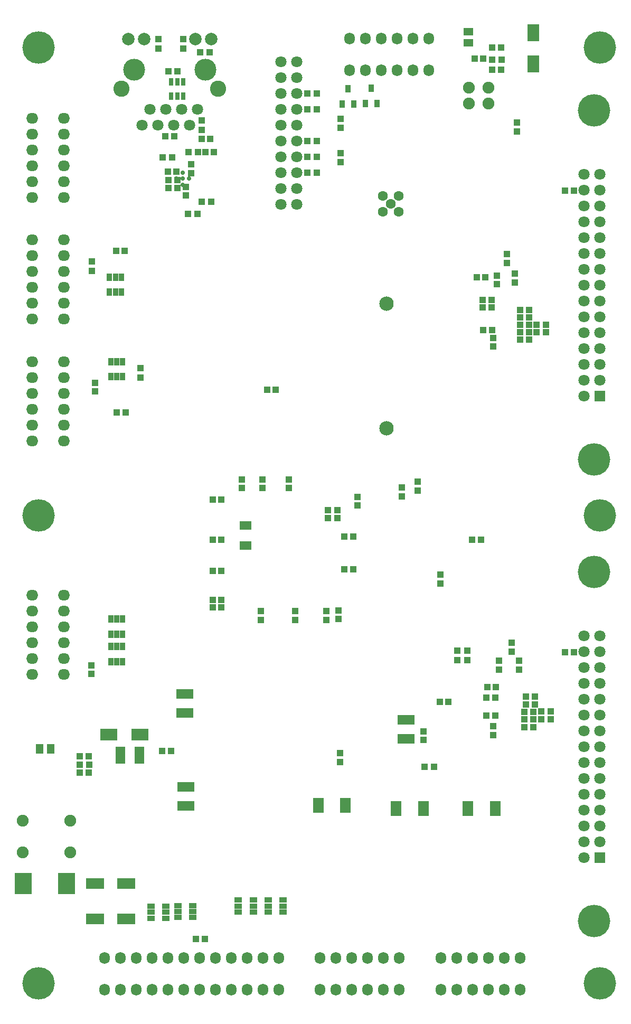
<source format=gbs>
G04 Layer_Color=16711935*
%FSLAX44Y44*%
%MOMM*%
G71*
G01*
G75*
%ADD119R,1.0032X1.1032*%
%ADD120R,1.1032X1.0032*%
%ADD140R,2.8032X1.6032*%
%ADD145R,1.6032X2.8032*%
%ADD154R,1.7032X2.4032*%
%ADD157R,1.9032X1.4532*%
%ADD174C,2.6032*%
%ADD175C,1.8032*%
%ADD176C,3.5032*%
%ADD177C,2.0032*%
%ADD178C,2.3032*%
%ADD179O,1.7032X1.9032*%
%ADD180O,1.9032X1.7032*%
%ADD181C,1.6032*%
%ADD182R,1.8032X1.8032*%
%ADD183C,1.9032*%
%ADD184C,5.2032*%
%ADD185C,0.7032*%
%ADD186R,0.7000X1.3000*%
%ADD187R,0.8532X1.3032*%
%ADD188R,2.7032X1.9032*%
%ADD189R,2.7032X3.5032*%
%ADD190R,1.3032X0.8532*%
%ADD191R,3.0032X1.8032*%
%ADD192R,1.3032X1.6032*%
%ADD193R,1.9032X2.7032*%
%ADD194R,1.6032X1.3032*%
D119*
X629000Y965000D02*
D03*
X643000D02*
D03*
X629000Y953000D02*
D03*
X643000D02*
D03*
X813380Y1109000D02*
D03*
X828620D02*
D03*
Y1096000D02*
D03*
X813380D02*
D03*
X1143000Y761000D02*
D03*
X1129000D02*
D03*
X1143000Y773000D02*
D03*
X1129000D02*
D03*
X1143000Y785000D02*
D03*
X1129000D02*
D03*
X1145500Y797500D02*
D03*
X1131500D02*
D03*
X1145500Y809500D02*
D03*
X1131500D02*
D03*
X1170620Y786000D02*
D03*
X1155380D02*
D03*
X1170620Y773000D02*
D03*
X1155380D02*
D03*
X983620Y697000D02*
D03*
X968380D02*
D03*
X1068000Y779000D02*
D03*
X1082000D02*
D03*
X1068000Y808000D02*
D03*
X1082000D02*
D03*
X1069000Y825000D02*
D03*
X1083000D02*
D03*
X1045000Y1061000D02*
D03*
X1059000D02*
D03*
X1136000Y1382000D02*
D03*
X1122000D02*
D03*
X1136000Y1394000D02*
D03*
X1122000D02*
D03*
X1136000Y1406000D02*
D03*
X1122000D02*
D03*
X1136000Y1418000D02*
D03*
X1122000D02*
D03*
X1136000Y1430000D02*
D03*
X1122000D02*
D03*
X1163620Y1406000D02*
D03*
X1148380D02*
D03*
X1163620Y1394000D02*
D03*
X1148380D02*
D03*
X1063000Y1397000D02*
D03*
X1077000D02*
D03*
X1062000Y1434000D02*
D03*
X1076000D02*
D03*
X1062000Y1446000D02*
D03*
X1076000D02*
D03*
X1066000Y1482000D02*
D03*
X1052000D02*
D03*
X795620Y1649500D02*
D03*
X780380D02*
D03*
X795620Y1675500D02*
D03*
X780380D02*
D03*
Y1700500D02*
D03*
X795620D02*
D03*
Y1751500D02*
D03*
X780380D02*
D03*
X795620Y1776500D02*
D03*
X780380D02*
D03*
X558000Y1812000D02*
D03*
X572000D02*
D03*
X567000Y1708000D02*
D03*
X553000D02*
D03*
X611000Y1704000D02*
D03*
X625000D02*
D03*
X608380Y1843000D02*
D03*
X623620D02*
D03*
X590380Y1683000D02*
D03*
X605620D02*
D03*
X617000Y1683000D02*
D03*
X631000D02*
D03*
X548380Y1674000D02*
D03*
X563620D02*
D03*
X557000Y1651000D02*
D03*
X571000D02*
D03*
X558000Y1638000D02*
D03*
X572000D02*
D03*
X558000Y1625000D02*
D03*
X572000D02*
D03*
X626620Y1603000D02*
D03*
X611380D02*
D03*
X604620Y1584000D02*
D03*
X589380D02*
D03*
X548000Y723000D02*
D03*
X562000D02*
D03*
X430000Y714000D02*
D03*
X416000D02*
D03*
X415380Y701000D02*
D03*
X430620D02*
D03*
X430000Y688000D02*
D03*
X416000D02*
D03*
X616000Y421000D02*
D03*
X602000D02*
D03*
X629000Y1011000D02*
D03*
X643000D02*
D03*
X993000Y801000D02*
D03*
X1007000D02*
D03*
X1208000Y1621000D02*
D03*
X1194000D02*
D03*
X1208000Y881000D02*
D03*
X1194000D02*
D03*
X488000Y1524000D02*
D03*
X474000D02*
D03*
X489000Y1265000D02*
D03*
X475000D02*
D03*
X730000Y1302000D02*
D03*
X716000D02*
D03*
X854000Y1014000D02*
D03*
X840000D02*
D03*
X854000Y1066000D02*
D03*
X840000D02*
D03*
X629000Y1126000D02*
D03*
X643000D02*
D03*
X629000Y1061000D02*
D03*
X643000D02*
D03*
X1092620Y1831000D02*
D03*
X1077380D02*
D03*
X1091000Y1850000D02*
D03*
X1077000D02*
D03*
X1049000Y1833000D02*
D03*
X1063000D02*
D03*
X1077000Y1815000D02*
D03*
X1091000D02*
D03*
D120*
X542000Y1848380D02*
D03*
Y1863620D02*
D03*
X967000Y740000D02*
D03*
Y754000D02*
D03*
X1079000Y748000D02*
D03*
Y762000D02*
D03*
X1088000Y867000D02*
D03*
Y853000D02*
D03*
X1108000Y882000D02*
D03*
Y896000D02*
D03*
X1120000Y867000D02*
D03*
Y853000D02*
D03*
X1037000Y868380D02*
D03*
Y883620D02*
D03*
X1021000Y868380D02*
D03*
Y883620D02*
D03*
X994000Y1005000D02*
D03*
Y991000D02*
D03*
X1079000Y1371000D02*
D03*
Y1385000D02*
D03*
X1085000Y1485000D02*
D03*
Y1471000D02*
D03*
X1113000Y1488000D02*
D03*
Y1474000D02*
D03*
X1101000Y1505000D02*
D03*
Y1519000D02*
D03*
X611000Y1733620D02*
D03*
Y1718380D02*
D03*
X582000Y1848380D02*
D03*
Y1863620D02*
D03*
X594000Y1663000D02*
D03*
Y1649000D02*
D03*
X586000Y1613000D02*
D03*
Y1627000D02*
D03*
X513000Y1336620D02*
D03*
Y1321380D02*
D03*
X440000Y1299000D02*
D03*
Y1313000D02*
D03*
X434000Y860000D02*
D03*
Y846000D02*
D03*
X435000Y1492380D02*
D03*
Y1507620D02*
D03*
X833000Y719000D02*
D03*
Y705000D02*
D03*
X709000Y1158000D02*
D03*
Y1144000D02*
D03*
X1117000Y1716000D02*
D03*
Y1730000D02*
D03*
X811000Y933000D02*
D03*
Y947000D02*
D03*
X958000Y1154000D02*
D03*
Y1140000D02*
D03*
X932000Y1145000D02*
D03*
Y1131000D02*
D03*
X706000Y933000D02*
D03*
Y947000D02*
D03*
X761000Y933000D02*
D03*
Y947000D02*
D03*
X831000Y934000D02*
D03*
Y948000D02*
D03*
X861000Y1130000D02*
D03*
Y1116000D02*
D03*
X751000Y1158000D02*
D03*
Y1144000D02*
D03*
X676000Y1158000D02*
D03*
Y1144000D02*
D03*
X834000Y1681000D02*
D03*
Y1667000D02*
D03*
Y1736000D02*
D03*
Y1722000D02*
D03*
D140*
X939000Y741760D02*
D03*
Y772240D02*
D03*
X584000Y814240D02*
D03*
Y783760D02*
D03*
X586000Y634760D02*
D03*
Y665240D02*
D03*
D145*
X511240Y716000D02*
D03*
X480760D02*
D03*
D154*
X1082000Y630000D02*
D03*
X1038000D02*
D03*
X967000D02*
D03*
X923000D02*
D03*
X842000Y635000D02*
D03*
X798000D02*
D03*
D157*
X681998Y1052000D02*
D03*
Y1084000D02*
D03*
D174*
X482550Y1784400D02*
D03*
X637450D02*
D03*
D175*
X604500Y1751400D02*
D03*
X579100D02*
D03*
X553700D02*
D03*
X528300D02*
D03*
X591750Y1726000D02*
D03*
X566400D02*
D03*
X541000D02*
D03*
X515600D02*
D03*
X738600Y1751300D02*
D03*
Y1802100D02*
D03*
Y1776700D02*
D03*
Y1827500D02*
D03*
Y1725900D02*
D03*
Y1700500D02*
D03*
Y1675100D02*
D03*
Y1649700D02*
D03*
Y1624300D02*
D03*
Y1598900D02*
D03*
X764000D02*
D03*
Y1624300D02*
D03*
Y1649700D02*
D03*
Y1675100D02*
D03*
Y1700500D02*
D03*
Y1725900D02*
D03*
Y1751300D02*
D03*
Y1776700D02*
D03*
Y1802100D02*
D03*
Y1827500D02*
D03*
X1224600Y1647000D02*
D03*
Y1621600D02*
D03*
Y1596200D02*
D03*
Y1570800D02*
D03*
Y1545400D02*
D03*
X1250000D02*
D03*
Y1570800D02*
D03*
Y1596200D02*
D03*
Y1621600D02*
D03*
Y1647000D02*
D03*
Y1520000D02*
D03*
Y1494600D02*
D03*
Y1469200D02*
D03*
Y1443800D02*
D03*
Y1418400D02*
D03*
Y1393000D02*
D03*
Y1367600D02*
D03*
Y1342200D02*
D03*
Y1316800D02*
D03*
X1224600Y1291400D02*
D03*
Y1316800D02*
D03*
Y1342200D02*
D03*
Y1367600D02*
D03*
Y1393000D02*
D03*
Y1418400D02*
D03*
Y1520000D02*
D03*
Y1469200D02*
D03*
Y1494600D02*
D03*
Y1443800D02*
D03*
Y907000D02*
D03*
Y881600D02*
D03*
Y856200D02*
D03*
Y830800D02*
D03*
Y805400D02*
D03*
X1250000D02*
D03*
Y830800D02*
D03*
Y856200D02*
D03*
Y881600D02*
D03*
Y907000D02*
D03*
Y780000D02*
D03*
Y754600D02*
D03*
Y729200D02*
D03*
Y703800D02*
D03*
Y678400D02*
D03*
Y653000D02*
D03*
Y627600D02*
D03*
Y602200D02*
D03*
Y576800D02*
D03*
X1224600Y551400D02*
D03*
Y576800D02*
D03*
Y602200D02*
D03*
Y627600D02*
D03*
Y653000D02*
D03*
Y678400D02*
D03*
Y780000D02*
D03*
Y729200D02*
D03*
Y754600D02*
D03*
Y703800D02*
D03*
D176*
X617150Y1814900D02*
D03*
X502850D02*
D03*
D177*
X493750Y1863900D02*
D03*
X626250D02*
D03*
X519150D02*
D03*
X600850D02*
D03*
D178*
X907500Y1440000D02*
D03*
Y1240000D02*
D03*
D179*
X684200Y339600D02*
D03*
X658800D02*
D03*
X633400D02*
D03*
X608000D02*
D03*
X582600D02*
D03*
X557200D02*
D03*
X531800D02*
D03*
X506400D02*
D03*
X481000D02*
D03*
X455600D02*
D03*
Y390400D02*
D03*
X481000D02*
D03*
X506400D02*
D03*
X531800D02*
D03*
X557200D02*
D03*
X582600D02*
D03*
X608000D02*
D03*
X633400D02*
D03*
X658800D02*
D03*
X684200D02*
D03*
X709600Y339600D02*
D03*
X735000D02*
D03*
X709600Y390400D02*
D03*
X735000D02*
D03*
X928000D02*
D03*
X902600D02*
D03*
X928000Y339600D02*
D03*
X902600D02*
D03*
X877200Y390400D02*
D03*
X851800D02*
D03*
X826400D02*
D03*
X801000D02*
D03*
Y339600D02*
D03*
X826400D02*
D03*
X851800D02*
D03*
X877200D02*
D03*
X1122000Y390400D02*
D03*
X1096600D02*
D03*
X1122000Y339600D02*
D03*
X1096600D02*
D03*
X1071200Y390400D02*
D03*
X1045800D02*
D03*
X1020400D02*
D03*
X995000D02*
D03*
Y339600D02*
D03*
X1020400D02*
D03*
X1045800D02*
D03*
X1071200D02*
D03*
X848000Y1813600D02*
D03*
X873400D02*
D03*
X848000Y1864400D02*
D03*
X873400D02*
D03*
X898800Y1813600D02*
D03*
X924200D02*
D03*
X949600D02*
D03*
X975000D02*
D03*
Y1864400D02*
D03*
X949600D02*
D03*
X924200D02*
D03*
X898800D02*
D03*
D180*
X390400Y1415000D02*
D03*
Y1440400D02*
D03*
X339600Y1415000D02*
D03*
Y1440400D02*
D03*
X390400Y1465800D02*
D03*
Y1491200D02*
D03*
Y1516600D02*
D03*
Y1542000D02*
D03*
X339600D02*
D03*
Y1516600D02*
D03*
Y1491200D02*
D03*
Y1465800D02*
D03*
X390400Y1220000D02*
D03*
Y1245400D02*
D03*
X339600Y1220000D02*
D03*
Y1245400D02*
D03*
X390400Y1270800D02*
D03*
Y1296200D02*
D03*
Y1321600D02*
D03*
Y1347000D02*
D03*
X339600D02*
D03*
Y1321600D02*
D03*
Y1296200D02*
D03*
Y1270800D02*
D03*
X390400Y1610000D02*
D03*
Y1635400D02*
D03*
X339600Y1610000D02*
D03*
Y1635400D02*
D03*
X390400Y1660800D02*
D03*
Y1686200D02*
D03*
Y1711600D02*
D03*
Y1737000D02*
D03*
X339600D02*
D03*
Y1711600D02*
D03*
Y1686200D02*
D03*
Y1660800D02*
D03*
X390400Y845000D02*
D03*
Y870400D02*
D03*
X339600Y845000D02*
D03*
Y870400D02*
D03*
X390400Y895800D02*
D03*
Y921200D02*
D03*
Y946600D02*
D03*
Y972000D02*
D03*
X339600D02*
D03*
Y946600D02*
D03*
Y921200D02*
D03*
Y895800D02*
D03*
D181*
X902000Y1612700D02*
D03*
X927400D02*
D03*
X902000Y1587300D02*
D03*
X927400D02*
D03*
X914700Y1600000D02*
D03*
D182*
X1250000Y1291400D02*
D03*
Y551400D02*
D03*
D183*
X324200Y610800D02*
D03*
Y560000D02*
D03*
X400400Y610800D02*
D03*
Y560000D02*
D03*
X1040000Y1760300D02*
D03*
Y1785700D02*
D03*
X1071000Y1760300D02*
D03*
Y1785700D02*
D03*
D184*
X1250000Y350000D02*
D03*
X1240000Y450000D02*
D03*
Y1010000D02*
D03*
Y1750000D02*
D03*
X1250000Y1850000D02*
D03*
X350000Y350000D02*
D03*
Y1850000D02*
D03*
X1240000Y1190000D02*
D03*
X1250000Y1100000D02*
D03*
X350000D02*
D03*
D185*
X581000Y1640000D02*
D03*
X591000D02*
D03*
X571000D02*
D03*
X581000Y1650000D02*
D03*
Y1630000D02*
D03*
D186*
X581500Y1772500D02*
D03*
X572000D02*
D03*
X562500D02*
D03*
Y1795500D02*
D03*
X572000D02*
D03*
X581500D02*
D03*
D187*
X465500Y910000D02*
D03*
X484500D02*
D03*
Y934000D02*
D03*
X475000D02*
D03*
X465500D02*
D03*
X475000Y910000D02*
D03*
X484500Y890000D02*
D03*
X465500D02*
D03*
Y866000D02*
D03*
X475000D02*
D03*
X484500D02*
D03*
X475000Y890000D02*
D03*
X465500Y1323000D02*
D03*
X484500D02*
D03*
Y1347000D02*
D03*
X475000D02*
D03*
X465500D02*
D03*
X475000Y1323000D02*
D03*
X482500Y1482000D02*
D03*
X463500D02*
D03*
Y1458000D02*
D03*
X473000D02*
D03*
X482500D02*
D03*
X473000Y1482000D02*
D03*
X836500Y1760000D02*
D03*
X855500D02*
D03*
X846000Y1784000D02*
D03*
X873500Y1761000D02*
D03*
X892500D02*
D03*
X883000Y1785000D02*
D03*
D188*
X512000Y749000D02*
D03*
X462000D02*
D03*
D189*
X394500Y510000D02*
D03*
X325500D02*
D03*
D190*
X694000Y464500D02*
D03*
Y483500D02*
D03*
X670000D02*
D03*
Y474000D02*
D03*
Y464500D02*
D03*
X694000Y474000D02*
D03*
X573000Y474500D02*
D03*
Y455500D02*
D03*
X597000D02*
D03*
Y465000D02*
D03*
Y474500D02*
D03*
X573000Y465000D02*
D03*
X530000Y473500D02*
D03*
Y454500D02*
D03*
X554000D02*
D03*
Y464000D02*
D03*
Y473500D02*
D03*
X530000Y464000D02*
D03*
X742000Y464500D02*
D03*
Y483500D02*
D03*
X718000D02*
D03*
Y474000D02*
D03*
Y464500D02*
D03*
X742000Y474000D02*
D03*
D191*
X490000Y510000D02*
D03*
Y453000D02*
D03*
X440000Y510000D02*
D03*
Y453000D02*
D03*
D192*
X351110Y726300D02*
D03*
X368890D02*
D03*
D193*
X1143000Y1874000D02*
D03*
Y1824000D02*
D03*
D194*
X1039000Y1858110D02*
D03*
Y1875890D02*
D03*
M02*

</source>
